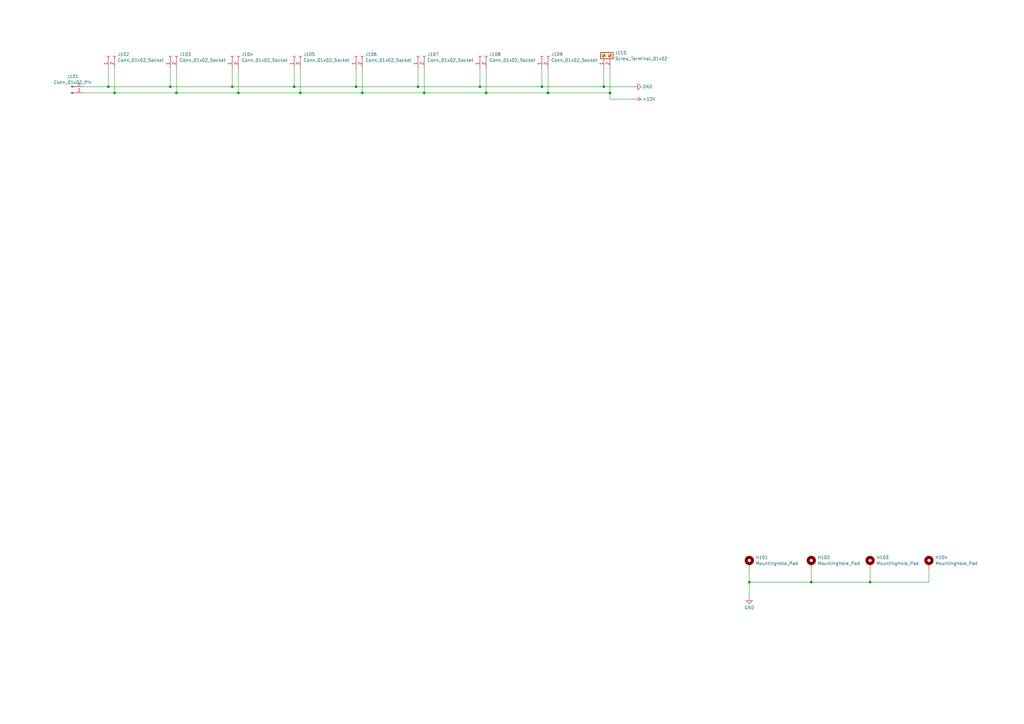
<source format=kicad_sch>
(kicad_sch (version 20230121) (generator eeschema)
  (paper "A3")
  (lib_symbols
    (symbol "Connector:Conn_01x02_Pin" (pin_names (offset 1.016) hide)
      (property "Reference" "J" (at 0 2.54 0))
      (property "Value" "Conn_01x02_Pin" (at 0 -5.08 0))
      (symbol "Conn_01x02_Pin_1_1"
        (polyline (pts (xy 1.27 -2.54) (xy 0.8636 -2.54)) (stroke (width 0.1524)))
        (polyline (pts (xy 1.27 0) (xy 0.8636 0)) (stroke (width 0.1524)))
        (rectangle (start 0.8636 -2.413) (end 0 -2.667) (stroke (width 0.1524)) (fill (type outline)))
        (rectangle (start 0.8636 0.127) (end 0 -0.127) (stroke (width 0.1524)) (fill (type outline)))
        (pin passive line (at 5.08 0 180) (length 3.81) (name "Pin_1") (number "1"))
        (pin passive line (at 5.08 -2.54 180) (length 3.81) (name "Pin_2") (number "2"))
      )
    )
    (symbol "Connector:Conn_01x02_Socket" (pin_names (offset 1.016) hide)
      (property "Reference" "J" (at 0 2.54 0))
      (property "Value" "Conn_01x02_Socket" (at 0 -5.08 0))
      (symbol "Conn_01x02_Socket_1_1"
        (arc (start 0 -2.032) (mid -0.5058 -2.54) (end 0 -3.048) (stroke (width 0.1524)))
        (polyline (pts (xy -1.27 -2.54) (xy -0.508 -2.54)) (stroke (width 0.1524)))
        (polyline (pts (xy -1.27 0) (xy -0.508 0)) (stroke (width 0.1524)))
        (arc (start 0 0.508) (mid -0.5058 0) (end 0 -0.508) (stroke (width 0.1524)))
        (pin passive line (at -5.08 0 0) (length 3.81) (name "Pin_1") (number "1"))
        (pin passive line (at -5.08 -2.54 0) (length 3.81) (name "Pin_2") (number "2"))
      )
    )
    (symbol "Connector:Screw_Terminal_01x02" (pin_names (offset 1.016) hide)
      (property "Reference" "J" (at 0 2.54 0))
      (property "Value" "Screw_Terminal_01x02" (at 0 -5.08 0))
      (symbol "Screw_Terminal_01x02_1_1"
        (rectangle (start -1.27 1.27) (end 1.27 -3.81) (stroke (width 0.254)) (fill (type background)))
        (circle (center 0 -2.54) (radius 0.635) (stroke (width 0.1524)))
        (polyline (pts (xy -0.5334 -2.2098) (xy 0.3302 -3.048)) (stroke (width 0.1524)))
        (polyline (pts (xy -0.5334 0.3302) (xy 0.3302 -0.508)) (stroke (width 0.1524)))
        (polyline (pts (xy -0.3556 -2.032) (xy 0.508 -2.8702)) (stroke (width 0.1524)))
        (polyline (pts (xy -0.3556 0.508) (xy 0.508 -0.3302)) (stroke (width 0.1524)))
        (circle (center 0 0) (radius 0.635) (stroke (width 0.1524)))
        (pin passive line (at -5.08 0 0) (length 3.81) (name "Pin_1") (number "1"))
        (pin passive line (at -5.08 -2.54 0) (length 3.81) (name "Pin_2") (number "2"))
      )
    )
    (symbol "Mechanical:MountingHole_Pad" (pin_numbers hide) (pin_names (offset 1.016) hide)
      (property "Reference" "H" (at 0 6.35 0))
      (property "Value" "MountingHole_Pad" (at 0 4.445 0))
      (symbol "MountingHole_Pad_0_1"
        (circle (center 0 1.27) (radius 1.27) (stroke (width 1.27)))
      )
      (symbol "MountingHole_Pad_1_1"
        (pin input line (at 0 -2.54 90) (length 2.54) (name "1") (number "1"))
      )
    )
    (symbol "PCM_4ms_Power-symbol:+12V" (power) (pin_names (offset 0))
      (property "Value" "+12V" (at 0 3.556 0))
      (symbol "+12V_0_1"
        (polyline (pts (xy -0.762 1.27) (xy 0 2.54)))
        (polyline (pts (xy 0 0) (xy 0 2.54)))
        (polyline (pts (xy 0 2.54) (xy 0.762 1.27)))
      )
      (symbol "+12V_1_1"
        (pin power_in line (at 0 0 90) (length 0) hide (name "+12V") (number "1"))
      )
    )
    (symbol "PCM_4ms_Power-symbol:GND" (power) (pin_names (offset 0))
      (property "Value" "GND" (at 0 -3.81 0))
      (symbol "GND_0_1"
        (polyline (pts (xy 0 0) (xy 0 -1.27) (xy 1.27 -1.27) (xy 0 -2.54) (xy -1.27 -1.27) (xy 0 -1.27)))
      )
      (symbol "GND_1_1"
        (pin power_in line (at 0 0 270) (length 0) hide (name "GND") (number "1"))
      )
    )
  )
  (junction (at 250.19 38.1))
  (junction (at 46.99 38.1))
  (junction (at 97.79 38.1))
  (junction (at 123.19 38.1))
  (junction (at 196.85 35.56))
  (junction (at 44.45 35.56))
  (junction (at 222.25 35.56))
  (junction (at 146.05 35.56))
  (junction (at 171.45 35.56))
  (junction (at 173.99 38.1))
  (junction (at 95.25 35.56))
  (junction (at 120.65 35.56))
  (junction (at 224.79 38.1))
  (junction (at 69.85 35.56))
  (junction (at 332.74 238.76))
  (junction (at 307.34 238.76))
  (junction (at 356.87 238.76))
  (junction (at 148.59 38.1))
  (junction (at 199.39 38.1))
  (junction (at 72.39 38.1))
  (junction (at 247.65 35.56))
  (wire (pts (xy 307.34 238.76) (xy 307.34 245.11)))
  (wire (pts (xy 247.65 35.56) (xy 260.35 35.56)))
  (wire (pts (xy 356.87 238.76) (xy 332.74 238.76)))
  (wire (pts (xy 72.39 38.1) (xy 97.79 38.1)))
  (wire (pts (xy 46.99 38.1) (xy 34.29 38.1)))
  (wire (pts (xy 72.39 38.1) (xy 46.99 38.1)))
  (wire (pts (xy 250.19 40.64) (xy 260.35 40.64)))
  (wire (pts (xy 381 233.68) (xy 381 238.76)))
  (wire (pts (xy 97.79 27.94) (xy 97.79 38.1)))
  (wire (pts (xy 224.79 38.1) (xy 250.19 38.1)))
  (wire (pts (xy 72.39 27.94) (xy 72.39 38.1)))
  (wire (pts (xy 356.87 233.68) (xy 356.87 238.76)))
  (wire (pts (xy 332.74 238.76) (xy 307.34 238.76)))
  (wire (pts (xy 250.19 38.1) (xy 250.19 27.94)))
  (wire (pts (xy 250.19 38.1) (xy 250.19 40.64)))
  (wire (pts (xy 173.99 38.1) (xy 199.39 38.1)))
  (wire (pts (xy 69.85 35.56) (xy 95.25 35.56)))
  (wire (pts (xy 148.59 27.94) (xy 148.59 38.1)))
  (wire (pts (xy 173.99 27.94) (xy 173.99 38.1)))
  (wire (pts (xy 120.65 27.94) (xy 120.65 35.56)))
  (wire (pts (xy 44.45 27.94) (xy 44.45 35.56)))
  (wire (pts (xy 44.45 35.56) (xy 69.85 35.56)))
  (wire (pts (xy 199.39 38.1) (xy 224.79 38.1)))
  (wire (pts (xy 46.99 27.94) (xy 46.99 38.1)))
  (wire (pts (xy 120.65 35.56) (xy 146.05 35.56)))
  (wire (pts (xy 95.25 27.94) (xy 95.25 35.56)))
  (wire (pts (xy 247.65 35.56) (xy 222.25 35.56)))
  (wire (pts (xy 148.59 38.1) (xy 173.99 38.1)))
  (wire (pts (xy 196.85 35.56) (xy 196.85 27.94)))
  (wire (pts (xy 222.25 35.56) (xy 196.85 35.56)))
  (wire (pts (xy 222.25 27.94) (xy 222.25 35.56)))
  (wire (pts (xy 171.45 27.94) (xy 171.45 35.56)))
  (wire (pts (xy 97.79 38.1) (xy 123.19 38.1)))
  (wire (pts (xy 146.05 35.56) (xy 171.45 35.56)))
  (wire (pts (xy 34.29 35.56) (xy 44.45 35.56)))
  (wire (pts (xy 171.45 35.56) (xy 196.85 35.56)))
  (wire (pts (xy 247.65 27.94) (xy 247.65 35.56)))
  (wire (pts (xy 199.39 27.94) (xy 199.39 38.1)))
  (wire (pts (xy 224.79 27.94) (xy 224.79 38.1)))
  (wire (pts (xy 123.19 27.94) (xy 123.19 38.1)))
  (wire (pts (xy 95.25 35.56) (xy 120.65 35.56)))
  (wire (pts (xy 307.34 233.68) (xy 307.34 238.76)))
  (wire (pts (xy 332.74 233.68) (xy 332.74 238.76)))
  (wire (pts (xy 69.85 27.94) (xy 69.85 35.56)))
  (wire (pts (xy 381 238.76) (xy 356.87 238.76)))
  (wire (pts (xy 146.05 27.94) (xy 146.05 35.56)))
  (wire (pts (xy 123.19 38.1) (xy 148.59 38.1)))
  (symbol (lib_id "PCM_4ms_Power-symbol:GND") (at 307.34 245.11 0) (unit 1)
    (property "Reference" "#PWR0101" (effects hide))
    (property "Value" "GND" (at 307.34 249.2431 0))
  )
  (symbol (lib_id "Mechanical:MountingHole_Pad") (at 332.74 231.14 0) (unit 1)
    (property "Reference" "H102" (at 335.28 228.6579 0) (effects (justify left)))
    (property "Value" "MountingHole_Pad" (at 335.28 231.0821 0) (effects (justify left)))
    (property "Footprint" "MountingHole:MountingHole_5.3mm_M5_ISO14580_Pad_TopBottom" (effects hide))
  )
  (symbol (lib_id "Connector:Conn_01x02_Pin") (at 29.21 35.56 0) (unit 1)
    (property "Reference" "J101" (at 29.845 31.3395 0))
    (property "Value" "Conn_01x02_Pin" (at 29.845 33.7637 0))
    (property "Footprint" "Connector_AMASS:AMASS_XT60-M_1x02_P7.20mm_Vertical" (effects hide))
  )
  (symbol (lib_id "Connector:Conn_01x02_Socket") (at 146.05 22.86 90) (unit 1)
    (property "Reference" "J106" (at 149.8092 22.2829 90) (effects (justify right)))
    (property "Value" "Conn_01x02_Socket" (at 149.8092 24.7071 90) (effects (justify right)))
    (property "Footprint" "Connector_AMASS:AMASS_XT60-M_1x02_P7.20mm_Vertical" (effects hide))
  )
  (symbol (lib_id "Mechanical:MountingHole_Pad") (at 307.34 231.14 0) (unit 1)
    (property "Reference" "H101" (at 309.88 228.6579 0) (effects (justify left)))
    (property "Value" "MountingHole_Pad" (at 309.88 231.0821 0) (effects (justify left)))
    (property "Footprint" "MountingHole:MountingHole_5.3mm_M5_ISO14580_Pad_TopBottom" (effects hide))
  )
  (symbol (lib_id "Connector:Conn_01x02_Socket") (at 222.25 22.86 90) (unit 1)
    (property "Reference" "J109" (at 226.0092 22.2829 90) (effects (justify right)))
    (property "Value" "Conn_01x02_Socket" (at 226.0092 24.7071 90) (effects (justify right)))
    (property "Footprint" "Connector_AMASS:AMASS_XT60-M_1x02_P7.20mm_Vertical" (effects hide))
  )
  (symbol (lib_id "Connector:Conn_01x02_Socket") (at 95.25 22.86 90) (unit 1)
    (property "Reference" "J104" (at 99.0092 22.2829 90) (effects (justify right)))
    (property "Value" "Conn_01x02_Socket" (at 99.0092 24.7071 90) (effects (justify right)))
    (property "Footprint" "Connector_AMASS:AMASS_XT60-M_1x02_P7.20mm_Vertical" (effects hide))
  )
  (symbol (lib_id "Connector:Conn_01x02_Socket") (at 171.45 22.86 90) (unit 1)
    (property "Reference" "J107" (at 175.2092 22.2829 90) (effects (justify right)))
    (property "Value" "Conn_01x02_Socket" (at 175.2092 24.7071 90) (effects (justify right)))
    (property "Footprint" "Connector_AMASS:AMASS_XT60-M_1x02_P7.20mm_Vertical" (effects hide))
  )
  (symbol (lib_id "Connector:Conn_01x02_Socket") (at 120.65 22.86 90) (unit 1)
    (property "Reference" "J105" (at 124.4092 22.2829 90) (effects (justify right)))
    (property "Value" "Conn_01x02_Socket" (at 124.4092 24.7071 90) (effects (justify right)))
    (property "Footprint" "Connector_AMASS:AMASS_XT60-M_1x02_P7.20mm_Vertical" (effects hide))
  )
  (symbol (lib_id "PCM_4ms_Power-symbol:+12V") (at 260.35 40.64 270) (unit 1)
    (property "Reference" "#PWR0103" (effects hide))
    (property "Value" "+12V" (at 263.525 40.64 90) (effects (justify left)))
  )
  (symbol (lib_id "Connector:Conn_01x02_Socket") (at 44.45 22.86 90) (unit 1)
    (property "Reference" "J102" (at 48.2092 22.2829 90) (effects (justify right)))
    (property "Value" "Conn_01x02_Socket" (at 48.2092 24.7071 90) (effects (justify right)))
    (property "Footprint" "Connector_AMASS:AMASS_XT60-M_1x02_P7.20mm_Vertical" (effects hide))
  )
  (symbol (lib_id "Connector:Conn_01x02_Socket") (at 69.85 22.86 90) (unit 1)
    (property "Reference" "J103" (at 73.6092 22.2829 90) (effects (justify right)))
    (property "Value" "Conn_01x02_Socket" (at 73.6092 24.7071 90) (effects (justify right)))
    (property "Footprint" "Connector_AMASS:AMASS_XT60-M_1x02_P7.20mm_Vertical" (effects hide))
  )
  (symbol (lib_id "Mechanical:MountingHole_Pad") (at 381 231.14 0) (unit 1)
    (property "Reference" "H104" (at 383.54 228.6579 0) (effects (justify left)))
    (property "Value" "MountingHole_Pad" (at 383.54 231.0821 0) (effects (justify left)))
    (property "Footprint" "MountingHole:MountingHole_5.3mm_M5_ISO14580_Pad_TopBottom" (effects hide))
  )
  (symbol (lib_id "Connector:Conn_01x02_Socket") (at 196.85 22.86 90) (unit 1)
    (property "Reference" "J108" (at 200.6092 22.2829 90) (effects (justify right)))
    (property "Value" "Conn_01x02_Socket" (at 200.6092 24.7071 90) (effects (justify right)))
    (property "Footprint" "Connector_AMASS:AMASS_XT60-M_1x02_P7.20mm_Vertical" (effects hide))
  )
  (symbol (lib_id "Connector:Screw_Terminal_01x02") (at 247.65 22.86 90) (unit 1)
    (property "Reference" "J110" (at 252.222 21.6479 90) (effects (justify right)))
    (property "Value" "Screw_Terminal_01x02" (at 252.222 24.0721 90) (effects (justify right)))
    (property "Footprint" "TerminalBlock_Phoenix:TerminalBlock_Phoenix_MKDS-1,5-2-5.08_1x02_P5.08mm_Horizontal" (effects hide))
  )
  (symbol (lib_id "Mechanical:MountingHole_Pad") (at 356.87 231.14 0) (unit 1)
    (property "Reference" "H103" (at 359.41 228.6579 0) (effects (justify left)))
    (property "Value" "MountingHole_Pad" (at 359.41 231.0821 0) (effects (justify left)))
    (property "Footprint" "MountingHole:MountingHole_5.3mm_M5_ISO14580_Pad_TopBottom" (effects hide))
  )
  (symbol (lib_id "PCM_4ms_Power-symbol:GND") (at 260.35 35.56 90) (unit 1)
    (property "Reference" "#PWR0102" (effects hide))
    (property "Value" "GND" (at 263.525 35.56 90) (effects (justify right)))
  )
)
</source>
